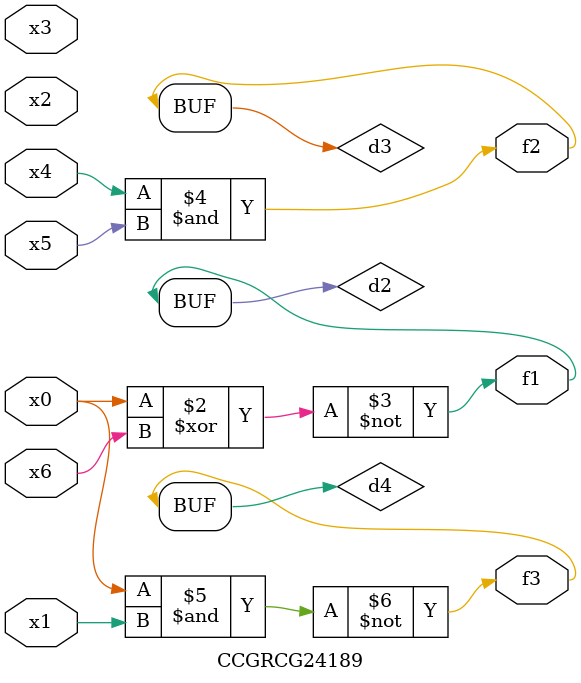
<source format=v>
module CCGRCG24189(
	input x0, x1, x2, x3, x4, x5, x6,
	output f1, f2, f3
);

	wire d1, d2, d3, d4;

	nor (d1, x0);
	xnor (d2, x0, x6);
	and (d3, x4, x5);
	nand (d4, x0, x1);
	assign f1 = d2;
	assign f2 = d3;
	assign f3 = d4;
endmodule

</source>
